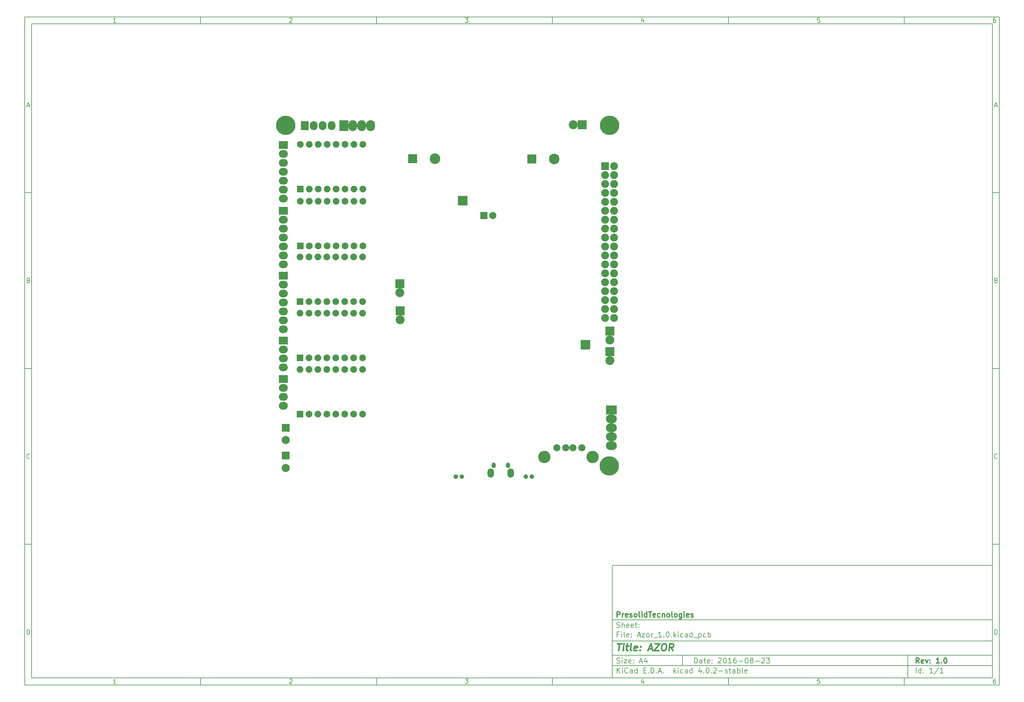
<source format=gbr>
G04 #@! TF.FileFunction,Soldermask,Bot*
%FSLAX46Y46*%
G04 Gerber Fmt 4.6, Leading zero omitted, Abs format (unit mm)*
G04 Created by KiCad (PCBNEW 4.0.2-stable) date 05/09/2016 12:26:53*
%MOMM*%
G01*
G04 APERTURE LIST*
%ADD10C,0.150000*%
%ADD11C,0.300000*%
%ADD12C,0.400000*%
%ADD13R,2.308000X2.308000*%
%ADD14C,2.308000*%
%ADD15O,1.219200X1.558000*%
%ADD16O,1.808000X2.658000*%
%ADD17C,1.905000*%
%ADD18R,1.905000X1.905000*%
%ADD19R,2.506980X2.506980*%
%ADD20C,3.007360*%
%ADD21R,2.032000X2.032000*%
%ADD22C,2.032000*%
%ADD23C,5.509260*%
%ADD24C,1.308000*%
%ADD25R,2.235200X2.235200*%
%ADD26O,2.235200X2.235200*%
%ADD27R,2.540000X2.235200*%
%ADD28O,2.540000X2.235200*%
%ADD29C,2.009140*%
%ADD30C,3.507740*%
%ADD31R,2.743200X2.743200*%
%ADD32R,2.540000X2.540000*%
%ADD33O,2.540000X2.540000*%
%ADD34R,2.235200X2.540000*%
%ADD35O,2.235200X2.540000*%
%ADD36R,2.508000X3.108000*%
%ADD37O,2.508000X3.108000*%
%ADD38R,3.108000X2.508000*%
%ADD39O,3.108000X2.508000*%
G04 APERTURE END LIST*
D10*
X177002200Y-166007200D02*
X177002200Y-198007200D01*
X285002200Y-198007200D01*
X285002200Y-166007200D01*
X177002200Y-166007200D01*
X10000000Y-10000000D02*
X10000000Y-200007200D01*
X287002200Y-200007200D01*
X287002200Y-10000000D01*
X10000000Y-10000000D01*
X12000000Y-12000000D02*
X12000000Y-198007200D01*
X285002200Y-198007200D01*
X285002200Y-12000000D01*
X12000000Y-12000000D01*
X60000000Y-12000000D02*
X60000000Y-10000000D01*
X110000000Y-12000000D02*
X110000000Y-10000000D01*
X160000000Y-12000000D02*
X160000000Y-10000000D01*
X210000000Y-12000000D02*
X210000000Y-10000000D01*
X260000000Y-12000000D02*
X260000000Y-10000000D01*
X35990476Y-11588095D02*
X35247619Y-11588095D01*
X35619048Y-11588095D02*
X35619048Y-10288095D01*
X35495238Y-10473810D01*
X35371429Y-10597619D01*
X35247619Y-10659524D01*
X85247619Y-10411905D02*
X85309524Y-10350000D01*
X85433333Y-10288095D01*
X85742857Y-10288095D01*
X85866667Y-10350000D01*
X85928571Y-10411905D01*
X85990476Y-10535714D01*
X85990476Y-10659524D01*
X85928571Y-10845238D01*
X85185714Y-11588095D01*
X85990476Y-11588095D01*
X135185714Y-10288095D02*
X135990476Y-10288095D01*
X135557143Y-10783333D01*
X135742857Y-10783333D01*
X135866667Y-10845238D01*
X135928571Y-10907143D01*
X135990476Y-11030952D01*
X135990476Y-11340476D01*
X135928571Y-11464286D01*
X135866667Y-11526190D01*
X135742857Y-11588095D01*
X135371429Y-11588095D01*
X135247619Y-11526190D01*
X135185714Y-11464286D01*
X185866667Y-10721429D02*
X185866667Y-11588095D01*
X185557143Y-10226190D02*
X185247619Y-11154762D01*
X186052381Y-11154762D01*
X235928571Y-10288095D02*
X235309524Y-10288095D01*
X235247619Y-10907143D01*
X235309524Y-10845238D01*
X235433333Y-10783333D01*
X235742857Y-10783333D01*
X235866667Y-10845238D01*
X235928571Y-10907143D01*
X235990476Y-11030952D01*
X235990476Y-11340476D01*
X235928571Y-11464286D01*
X235866667Y-11526190D01*
X235742857Y-11588095D01*
X235433333Y-11588095D01*
X235309524Y-11526190D01*
X235247619Y-11464286D01*
X285866667Y-10288095D02*
X285619048Y-10288095D01*
X285495238Y-10350000D01*
X285433333Y-10411905D01*
X285309524Y-10597619D01*
X285247619Y-10845238D01*
X285247619Y-11340476D01*
X285309524Y-11464286D01*
X285371429Y-11526190D01*
X285495238Y-11588095D01*
X285742857Y-11588095D01*
X285866667Y-11526190D01*
X285928571Y-11464286D01*
X285990476Y-11340476D01*
X285990476Y-11030952D01*
X285928571Y-10907143D01*
X285866667Y-10845238D01*
X285742857Y-10783333D01*
X285495238Y-10783333D01*
X285371429Y-10845238D01*
X285309524Y-10907143D01*
X285247619Y-11030952D01*
X60000000Y-198007200D02*
X60000000Y-200007200D01*
X110000000Y-198007200D02*
X110000000Y-200007200D01*
X160000000Y-198007200D02*
X160000000Y-200007200D01*
X210000000Y-198007200D02*
X210000000Y-200007200D01*
X260000000Y-198007200D02*
X260000000Y-200007200D01*
X35990476Y-199595295D02*
X35247619Y-199595295D01*
X35619048Y-199595295D02*
X35619048Y-198295295D01*
X35495238Y-198481010D01*
X35371429Y-198604819D01*
X35247619Y-198666724D01*
X85247619Y-198419105D02*
X85309524Y-198357200D01*
X85433333Y-198295295D01*
X85742857Y-198295295D01*
X85866667Y-198357200D01*
X85928571Y-198419105D01*
X85990476Y-198542914D01*
X85990476Y-198666724D01*
X85928571Y-198852438D01*
X85185714Y-199595295D01*
X85990476Y-199595295D01*
X135185714Y-198295295D02*
X135990476Y-198295295D01*
X135557143Y-198790533D01*
X135742857Y-198790533D01*
X135866667Y-198852438D01*
X135928571Y-198914343D01*
X135990476Y-199038152D01*
X135990476Y-199347676D01*
X135928571Y-199471486D01*
X135866667Y-199533390D01*
X135742857Y-199595295D01*
X135371429Y-199595295D01*
X135247619Y-199533390D01*
X135185714Y-199471486D01*
X185866667Y-198728629D02*
X185866667Y-199595295D01*
X185557143Y-198233390D02*
X185247619Y-199161962D01*
X186052381Y-199161962D01*
X235928571Y-198295295D02*
X235309524Y-198295295D01*
X235247619Y-198914343D01*
X235309524Y-198852438D01*
X235433333Y-198790533D01*
X235742857Y-198790533D01*
X235866667Y-198852438D01*
X235928571Y-198914343D01*
X235990476Y-199038152D01*
X235990476Y-199347676D01*
X235928571Y-199471486D01*
X235866667Y-199533390D01*
X235742857Y-199595295D01*
X235433333Y-199595295D01*
X235309524Y-199533390D01*
X235247619Y-199471486D01*
X285866667Y-198295295D02*
X285619048Y-198295295D01*
X285495238Y-198357200D01*
X285433333Y-198419105D01*
X285309524Y-198604819D01*
X285247619Y-198852438D01*
X285247619Y-199347676D01*
X285309524Y-199471486D01*
X285371429Y-199533390D01*
X285495238Y-199595295D01*
X285742857Y-199595295D01*
X285866667Y-199533390D01*
X285928571Y-199471486D01*
X285990476Y-199347676D01*
X285990476Y-199038152D01*
X285928571Y-198914343D01*
X285866667Y-198852438D01*
X285742857Y-198790533D01*
X285495238Y-198790533D01*
X285371429Y-198852438D01*
X285309524Y-198914343D01*
X285247619Y-199038152D01*
X10000000Y-60000000D02*
X12000000Y-60000000D01*
X10000000Y-110000000D02*
X12000000Y-110000000D01*
X10000000Y-160000000D02*
X12000000Y-160000000D01*
X10690476Y-35216667D02*
X11309524Y-35216667D01*
X10566667Y-35588095D02*
X11000000Y-34288095D01*
X11433333Y-35588095D01*
X11092857Y-84907143D02*
X11278571Y-84969048D01*
X11340476Y-85030952D01*
X11402381Y-85154762D01*
X11402381Y-85340476D01*
X11340476Y-85464286D01*
X11278571Y-85526190D01*
X11154762Y-85588095D01*
X10659524Y-85588095D01*
X10659524Y-84288095D01*
X11092857Y-84288095D01*
X11216667Y-84350000D01*
X11278571Y-84411905D01*
X11340476Y-84535714D01*
X11340476Y-84659524D01*
X11278571Y-84783333D01*
X11216667Y-84845238D01*
X11092857Y-84907143D01*
X10659524Y-84907143D01*
X11402381Y-135464286D02*
X11340476Y-135526190D01*
X11154762Y-135588095D01*
X11030952Y-135588095D01*
X10845238Y-135526190D01*
X10721429Y-135402381D01*
X10659524Y-135278571D01*
X10597619Y-135030952D01*
X10597619Y-134845238D01*
X10659524Y-134597619D01*
X10721429Y-134473810D01*
X10845238Y-134350000D01*
X11030952Y-134288095D01*
X11154762Y-134288095D01*
X11340476Y-134350000D01*
X11402381Y-134411905D01*
X10659524Y-185588095D02*
X10659524Y-184288095D01*
X10969048Y-184288095D01*
X11154762Y-184350000D01*
X11278571Y-184473810D01*
X11340476Y-184597619D01*
X11402381Y-184845238D01*
X11402381Y-185030952D01*
X11340476Y-185278571D01*
X11278571Y-185402381D01*
X11154762Y-185526190D01*
X10969048Y-185588095D01*
X10659524Y-185588095D01*
X287002200Y-60000000D02*
X285002200Y-60000000D01*
X287002200Y-110000000D02*
X285002200Y-110000000D01*
X287002200Y-160000000D02*
X285002200Y-160000000D01*
X285692676Y-35216667D02*
X286311724Y-35216667D01*
X285568867Y-35588095D02*
X286002200Y-34288095D01*
X286435533Y-35588095D01*
X286095057Y-84907143D02*
X286280771Y-84969048D01*
X286342676Y-85030952D01*
X286404581Y-85154762D01*
X286404581Y-85340476D01*
X286342676Y-85464286D01*
X286280771Y-85526190D01*
X286156962Y-85588095D01*
X285661724Y-85588095D01*
X285661724Y-84288095D01*
X286095057Y-84288095D01*
X286218867Y-84350000D01*
X286280771Y-84411905D01*
X286342676Y-84535714D01*
X286342676Y-84659524D01*
X286280771Y-84783333D01*
X286218867Y-84845238D01*
X286095057Y-84907143D01*
X285661724Y-84907143D01*
X286404581Y-135464286D02*
X286342676Y-135526190D01*
X286156962Y-135588095D01*
X286033152Y-135588095D01*
X285847438Y-135526190D01*
X285723629Y-135402381D01*
X285661724Y-135278571D01*
X285599819Y-135030952D01*
X285599819Y-134845238D01*
X285661724Y-134597619D01*
X285723629Y-134473810D01*
X285847438Y-134350000D01*
X286033152Y-134288095D01*
X286156962Y-134288095D01*
X286342676Y-134350000D01*
X286404581Y-134411905D01*
X285661724Y-185588095D02*
X285661724Y-184288095D01*
X285971248Y-184288095D01*
X286156962Y-184350000D01*
X286280771Y-184473810D01*
X286342676Y-184597619D01*
X286404581Y-184845238D01*
X286404581Y-185030952D01*
X286342676Y-185278571D01*
X286280771Y-185402381D01*
X286156962Y-185526190D01*
X285971248Y-185588095D01*
X285661724Y-185588095D01*
X200359343Y-193785771D02*
X200359343Y-192285771D01*
X200716486Y-192285771D01*
X200930771Y-192357200D01*
X201073629Y-192500057D01*
X201145057Y-192642914D01*
X201216486Y-192928629D01*
X201216486Y-193142914D01*
X201145057Y-193428629D01*
X201073629Y-193571486D01*
X200930771Y-193714343D01*
X200716486Y-193785771D01*
X200359343Y-193785771D01*
X202502200Y-193785771D02*
X202502200Y-193000057D01*
X202430771Y-192857200D01*
X202287914Y-192785771D01*
X202002200Y-192785771D01*
X201859343Y-192857200D01*
X202502200Y-193714343D02*
X202359343Y-193785771D01*
X202002200Y-193785771D01*
X201859343Y-193714343D01*
X201787914Y-193571486D01*
X201787914Y-193428629D01*
X201859343Y-193285771D01*
X202002200Y-193214343D01*
X202359343Y-193214343D01*
X202502200Y-193142914D01*
X203002200Y-192785771D02*
X203573629Y-192785771D01*
X203216486Y-192285771D02*
X203216486Y-193571486D01*
X203287914Y-193714343D01*
X203430772Y-193785771D01*
X203573629Y-193785771D01*
X204645057Y-193714343D02*
X204502200Y-193785771D01*
X204216486Y-193785771D01*
X204073629Y-193714343D01*
X204002200Y-193571486D01*
X204002200Y-193000057D01*
X204073629Y-192857200D01*
X204216486Y-192785771D01*
X204502200Y-192785771D01*
X204645057Y-192857200D01*
X204716486Y-193000057D01*
X204716486Y-193142914D01*
X204002200Y-193285771D01*
X205359343Y-193642914D02*
X205430771Y-193714343D01*
X205359343Y-193785771D01*
X205287914Y-193714343D01*
X205359343Y-193642914D01*
X205359343Y-193785771D01*
X205359343Y-192857200D02*
X205430771Y-192928629D01*
X205359343Y-193000057D01*
X205287914Y-192928629D01*
X205359343Y-192857200D01*
X205359343Y-193000057D01*
X207145057Y-192428629D02*
X207216486Y-192357200D01*
X207359343Y-192285771D01*
X207716486Y-192285771D01*
X207859343Y-192357200D01*
X207930772Y-192428629D01*
X208002200Y-192571486D01*
X208002200Y-192714343D01*
X207930772Y-192928629D01*
X207073629Y-193785771D01*
X208002200Y-193785771D01*
X208930771Y-192285771D02*
X209073628Y-192285771D01*
X209216485Y-192357200D01*
X209287914Y-192428629D01*
X209359343Y-192571486D01*
X209430771Y-192857200D01*
X209430771Y-193214343D01*
X209359343Y-193500057D01*
X209287914Y-193642914D01*
X209216485Y-193714343D01*
X209073628Y-193785771D01*
X208930771Y-193785771D01*
X208787914Y-193714343D01*
X208716485Y-193642914D01*
X208645057Y-193500057D01*
X208573628Y-193214343D01*
X208573628Y-192857200D01*
X208645057Y-192571486D01*
X208716485Y-192428629D01*
X208787914Y-192357200D01*
X208930771Y-192285771D01*
X210859342Y-193785771D02*
X210002199Y-193785771D01*
X210430771Y-193785771D02*
X210430771Y-192285771D01*
X210287914Y-192500057D01*
X210145056Y-192642914D01*
X210002199Y-192714343D01*
X212145056Y-192285771D02*
X211859342Y-192285771D01*
X211716485Y-192357200D01*
X211645056Y-192428629D01*
X211502199Y-192642914D01*
X211430770Y-192928629D01*
X211430770Y-193500057D01*
X211502199Y-193642914D01*
X211573627Y-193714343D01*
X211716485Y-193785771D01*
X212002199Y-193785771D01*
X212145056Y-193714343D01*
X212216485Y-193642914D01*
X212287913Y-193500057D01*
X212287913Y-193142914D01*
X212216485Y-193000057D01*
X212145056Y-192928629D01*
X212002199Y-192857200D01*
X211716485Y-192857200D01*
X211573627Y-192928629D01*
X211502199Y-193000057D01*
X211430770Y-193142914D01*
X212930770Y-193214343D02*
X214073627Y-193214343D01*
X215073627Y-192285771D02*
X215216484Y-192285771D01*
X215359341Y-192357200D01*
X215430770Y-192428629D01*
X215502199Y-192571486D01*
X215573627Y-192857200D01*
X215573627Y-193214343D01*
X215502199Y-193500057D01*
X215430770Y-193642914D01*
X215359341Y-193714343D01*
X215216484Y-193785771D01*
X215073627Y-193785771D01*
X214930770Y-193714343D01*
X214859341Y-193642914D01*
X214787913Y-193500057D01*
X214716484Y-193214343D01*
X214716484Y-192857200D01*
X214787913Y-192571486D01*
X214859341Y-192428629D01*
X214930770Y-192357200D01*
X215073627Y-192285771D01*
X216430770Y-192928629D02*
X216287912Y-192857200D01*
X216216484Y-192785771D01*
X216145055Y-192642914D01*
X216145055Y-192571486D01*
X216216484Y-192428629D01*
X216287912Y-192357200D01*
X216430770Y-192285771D01*
X216716484Y-192285771D01*
X216859341Y-192357200D01*
X216930770Y-192428629D01*
X217002198Y-192571486D01*
X217002198Y-192642914D01*
X216930770Y-192785771D01*
X216859341Y-192857200D01*
X216716484Y-192928629D01*
X216430770Y-192928629D01*
X216287912Y-193000057D01*
X216216484Y-193071486D01*
X216145055Y-193214343D01*
X216145055Y-193500057D01*
X216216484Y-193642914D01*
X216287912Y-193714343D01*
X216430770Y-193785771D01*
X216716484Y-193785771D01*
X216859341Y-193714343D01*
X216930770Y-193642914D01*
X217002198Y-193500057D01*
X217002198Y-193214343D01*
X216930770Y-193071486D01*
X216859341Y-193000057D01*
X216716484Y-192928629D01*
X217645055Y-193214343D02*
X218787912Y-193214343D01*
X219430769Y-192428629D02*
X219502198Y-192357200D01*
X219645055Y-192285771D01*
X220002198Y-192285771D01*
X220145055Y-192357200D01*
X220216484Y-192428629D01*
X220287912Y-192571486D01*
X220287912Y-192714343D01*
X220216484Y-192928629D01*
X219359341Y-193785771D01*
X220287912Y-193785771D01*
X220787912Y-192285771D02*
X221716483Y-192285771D01*
X221216483Y-192857200D01*
X221430769Y-192857200D01*
X221573626Y-192928629D01*
X221645055Y-193000057D01*
X221716483Y-193142914D01*
X221716483Y-193500057D01*
X221645055Y-193642914D01*
X221573626Y-193714343D01*
X221430769Y-193785771D01*
X221002197Y-193785771D01*
X220859340Y-193714343D01*
X220787912Y-193642914D01*
X177002200Y-194507200D02*
X285002200Y-194507200D01*
X178359343Y-196585771D02*
X178359343Y-195085771D01*
X179216486Y-196585771D02*
X178573629Y-195728629D01*
X179216486Y-195085771D02*
X178359343Y-195942914D01*
X179859343Y-196585771D02*
X179859343Y-195585771D01*
X179859343Y-195085771D02*
X179787914Y-195157200D01*
X179859343Y-195228629D01*
X179930771Y-195157200D01*
X179859343Y-195085771D01*
X179859343Y-195228629D01*
X181430772Y-196442914D02*
X181359343Y-196514343D01*
X181145057Y-196585771D01*
X181002200Y-196585771D01*
X180787915Y-196514343D01*
X180645057Y-196371486D01*
X180573629Y-196228629D01*
X180502200Y-195942914D01*
X180502200Y-195728629D01*
X180573629Y-195442914D01*
X180645057Y-195300057D01*
X180787915Y-195157200D01*
X181002200Y-195085771D01*
X181145057Y-195085771D01*
X181359343Y-195157200D01*
X181430772Y-195228629D01*
X182716486Y-196585771D02*
X182716486Y-195800057D01*
X182645057Y-195657200D01*
X182502200Y-195585771D01*
X182216486Y-195585771D01*
X182073629Y-195657200D01*
X182716486Y-196514343D02*
X182573629Y-196585771D01*
X182216486Y-196585771D01*
X182073629Y-196514343D01*
X182002200Y-196371486D01*
X182002200Y-196228629D01*
X182073629Y-196085771D01*
X182216486Y-196014343D01*
X182573629Y-196014343D01*
X182716486Y-195942914D01*
X184073629Y-196585771D02*
X184073629Y-195085771D01*
X184073629Y-196514343D02*
X183930772Y-196585771D01*
X183645058Y-196585771D01*
X183502200Y-196514343D01*
X183430772Y-196442914D01*
X183359343Y-196300057D01*
X183359343Y-195871486D01*
X183430772Y-195728629D01*
X183502200Y-195657200D01*
X183645058Y-195585771D01*
X183930772Y-195585771D01*
X184073629Y-195657200D01*
X185930772Y-195800057D02*
X186430772Y-195800057D01*
X186645058Y-196585771D02*
X185930772Y-196585771D01*
X185930772Y-195085771D01*
X186645058Y-195085771D01*
X187287915Y-196442914D02*
X187359343Y-196514343D01*
X187287915Y-196585771D01*
X187216486Y-196514343D01*
X187287915Y-196442914D01*
X187287915Y-196585771D01*
X188002201Y-196585771D02*
X188002201Y-195085771D01*
X188359344Y-195085771D01*
X188573629Y-195157200D01*
X188716487Y-195300057D01*
X188787915Y-195442914D01*
X188859344Y-195728629D01*
X188859344Y-195942914D01*
X188787915Y-196228629D01*
X188716487Y-196371486D01*
X188573629Y-196514343D01*
X188359344Y-196585771D01*
X188002201Y-196585771D01*
X189502201Y-196442914D02*
X189573629Y-196514343D01*
X189502201Y-196585771D01*
X189430772Y-196514343D01*
X189502201Y-196442914D01*
X189502201Y-196585771D01*
X190145058Y-196157200D02*
X190859344Y-196157200D01*
X190002201Y-196585771D02*
X190502201Y-195085771D01*
X191002201Y-196585771D01*
X191502201Y-196442914D02*
X191573629Y-196514343D01*
X191502201Y-196585771D01*
X191430772Y-196514343D01*
X191502201Y-196442914D01*
X191502201Y-196585771D01*
X194502201Y-196585771D02*
X194502201Y-195085771D01*
X194645058Y-196014343D02*
X195073629Y-196585771D01*
X195073629Y-195585771D02*
X194502201Y-196157200D01*
X195716487Y-196585771D02*
X195716487Y-195585771D01*
X195716487Y-195085771D02*
X195645058Y-195157200D01*
X195716487Y-195228629D01*
X195787915Y-195157200D01*
X195716487Y-195085771D01*
X195716487Y-195228629D01*
X197073630Y-196514343D02*
X196930773Y-196585771D01*
X196645059Y-196585771D01*
X196502201Y-196514343D01*
X196430773Y-196442914D01*
X196359344Y-196300057D01*
X196359344Y-195871486D01*
X196430773Y-195728629D01*
X196502201Y-195657200D01*
X196645059Y-195585771D01*
X196930773Y-195585771D01*
X197073630Y-195657200D01*
X198359344Y-196585771D02*
X198359344Y-195800057D01*
X198287915Y-195657200D01*
X198145058Y-195585771D01*
X197859344Y-195585771D01*
X197716487Y-195657200D01*
X198359344Y-196514343D02*
X198216487Y-196585771D01*
X197859344Y-196585771D01*
X197716487Y-196514343D01*
X197645058Y-196371486D01*
X197645058Y-196228629D01*
X197716487Y-196085771D01*
X197859344Y-196014343D01*
X198216487Y-196014343D01*
X198359344Y-195942914D01*
X199716487Y-196585771D02*
X199716487Y-195085771D01*
X199716487Y-196514343D02*
X199573630Y-196585771D01*
X199287916Y-196585771D01*
X199145058Y-196514343D01*
X199073630Y-196442914D01*
X199002201Y-196300057D01*
X199002201Y-195871486D01*
X199073630Y-195728629D01*
X199145058Y-195657200D01*
X199287916Y-195585771D01*
X199573630Y-195585771D01*
X199716487Y-195657200D01*
X202216487Y-195585771D02*
X202216487Y-196585771D01*
X201859344Y-195014343D02*
X201502201Y-196085771D01*
X202430773Y-196085771D01*
X203002201Y-196442914D02*
X203073629Y-196514343D01*
X203002201Y-196585771D01*
X202930772Y-196514343D01*
X203002201Y-196442914D01*
X203002201Y-196585771D01*
X204002201Y-195085771D02*
X204145058Y-195085771D01*
X204287915Y-195157200D01*
X204359344Y-195228629D01*
X204430773Y-195371486D01*
X204502201Y-195657200D01*
X204502201Y-196014343D01*
X204430773Y-196300057D01*
X204359344Y-196442914D01*
X204287915Y-196514343D01*
X204145058Y-196585771D01*
X204002201Y-196585771D01*
X203859344Y-196514343D01*
X203787915Y-196442914D01*
X203716487Y-196300057D01*
X203645058Y-196014343D01*
X203645058Y-195657200D01*
X203716487Y-195371486D01*
X203787915Y-195228629D01*
X203859344Y-195157200D01*
X204002201Y-195085771D01*
X205145058Y-196442914D02*
X205216486Y-196514343D01*
X205145058Y-196585771D01*
X205073629Y-196514343D01*
X205145058Y-196442914D01*
X205145058Y-196585771D01*
X205787915Y-195228629D02*
X205859344Y-195157200D01*
X206002201Y-195085771D01*
X206359344Y-195085771D01*
X206502201Y-195157200D01*
X206573630Y-195228629D01*
X206645058Y-195371486D01*
X206645058Y-195514343D01*
X206573630Y-195728629D01*
X205716487Y-196585771D01*
X206645058Y-196585771D01*
X207287915Y-196014343D02*
X208430772Y-196014343D01*
X209073629Y-196514343D02*
X209216486Y-196585771D01*
X209502201Y-196585771D01*
X209645058Y-196514343D01*
X209716486Y-196371486D01*
X209716486Y-196300057D01*
X209645058Y-196157200D01*
X209502201Y-196085771D01*
X209287915Y-196085771D01*
X209145058Y-196014343D01*
X209073629Y-195871486D01*
X209073629Y-195800057D01*
X209145058Y-195657200D01*
X209287915Y-195585771D01*
X209502201Y-195585771D01*
X209645058Y-195657200D01*
X210145058Y-195585771D02*
X210716487Y-195585771D01*
X210359344Y-195085771D02*
X210359344Y-196371486D01*
X210430772Y-196514343D01*
X210573630Y-196585771D01*
X210716487Y-196585771D01*
X211859344Y-196585771D02*
X211859344Y-195800057D01*
X211787915Y-195657200D01*
X211645058Y-195585771D01*
X211359344Y-195585771D01*
X211216487Y-195657200D01*
X211859344Y-196514343D02*
X211716487Y-196585771D01*
X211359344Y-196585771D01*
X211216487Y-196514343D01*
X211145058Y-196371486D01*
X211145058Y-196228629D01*
X211216487Y-196085771D01*
X211359344Y-196014343D01*
X211716487Y-196014343D01*
X211859344Y-195942914D01*
X212573630Y-196585771D02*
X212573630Y-195085771D01*
X212573630Y-195657200D02*
X212716487Y-195585771D01*
X213002201Y-195585771D01*
X213145058Y-195657200D01*
X213216487Y-195728629D01*
X213287916Y-195871486D01*
X213287916Y-196300057D01*
X213216487Y-196442914D01*
X213145058Y-196514343D01*
X213002201Y-196585771D01*
X212716487Y-196585771D01*
X212573630Y-196514343D01*
X214145059Y-196585771D02*
X214002201Y-196514343D01*
X213930773Y-196371486D01*
X213930773Y-195085771D01*
X215287915Y-196514343D02*
X215145058Y-196585771D01*
X214859344Y-196585771D01*
X214716487Y-196514343D01*
X214645058Y-196371486D01*
X214645058Y-195800057D01*
X214716487Y-195657200D01*
X214859344Y-195585771D01*
X215145058Y-195585771D01*
X215287915Y-195657200D01*
X215359344Y-195800057D01*
X215359344Y-195942914D01*
X214645058Y-196085771D01*
X177002200Y-191507200D02*
X285002200Y-191507200D01*
D11*
X264216486Y-193785771D02*
X263716486Y-193071486D01*
X263359343Y-193785771D02*
X263359343Y-192285771D01*
X263930771Y-192285771D01*
X264073629Y-192357200D01*
X264145057Y-192428629D01*
X264216486Y-192571486D01*
X264216486Y-192785771D01*
X264145057Y-192928629D01*
X264073629Y-193000057D01*
X263930771Y-193071486D01*
X263359343Y-193071486D01*
X265430771Y-193714343D02*
X265287914Y-193785771D01*
X265002200Y-193785771D01*
X264859343Y-193714343D01*
X264787914Y-193571486D01*
X264787914Y-193000057D01*
X264859343Y-192857200D01*
X265002200Y-192785771D01*
X265287914Y-192785771D01*
X265430771Y-192857200D01*
X265502200Y-193000057D01*
X265502200Y-193142914D01*
X264787914Y-193285771D01*
X266002200Y-192785771D02*
X266359343Y-193785771D01*
X266716485Y-192785771D01*
X267287914Y-193642914D02*
X267359342Y-193714343D01*
X267287914Y-193785771D01*
X267216485Y-193714343D01*
X267287914Y-193642914D01*
X267287914Y-193785771D01*
X267287914Y-192857200D02*
X267359342Y-192928629D01*
X267287914Y-193000057D01*
X267216485Y-192928629D01*
X267287914Y-192857200D01*
X267287914Y-193000057D01*
X269930771Y-193785771D02*
X269073628Y-193785771D01*
X269502200Y-193785771D02*
X269502200Y-192285771D01*
X269359343Y-192500057D01*
X269216485Y-192642914D01*
X269073628Y-192714343D01*
X270573628Y-193642914D02*
X270645056Y-193714343D01*
X270573628Y-193785771D01*
X270502199Y-193714343D01*
X270573628Y-193642914D01*
X270573628Y-193785771D01*
X271573628Y-192285771D02*
X271716485Y-192285771D01*
X271859342Y-192357200D01*
X271930771Y-192428629D01*
X272002200Y-192571486D01*
X272073628Y-192857200D01*
X272073628Y-193214343D01*
X272002200Y-193500057D01*
X271930771Y-193642914D01*
X271859342Y-193714343D01*
X271716485Y-193785771D01*
X271573628Y-193785771D01*
X271430771Y-193714343D01*
X271359342Y-193642914D01*
X271287914Y-193500057D01*
X271216485Y-193214343D01*
X271216485Y-192857200D01*
X271287914Y-192571486D01*
X271359342Y-192428629D01*
X271430771Y-192357200D01*
X271573628Y-192285771D01*
D10*
X178287914Y-193714343D02*
X178502200Y-193785771D01*
X178859343Y-193785771D01*
X179002200Y-193714343D01*
X179073629Y-193642914D01*
X179145057Y-193500057D01*
X179145057Y-193357200D01*
X179073629Y-193214343D01*
X179002200Y-193142914D01*
X178859343Y-193071486D01*
X178573629Y-193000057D01*
X178430771Y-192928629D01*
X178359343Y-192857200D01*
X178287914Y-192714343D01*
X178287914Y-192571486D01*
X178359343Y-192428629D01*
X178430771Y-192357200D01*
X178573629Y-192285771D01*
X178930771Y-192285771D01*
X179145057Y-192357200D01*
X179787914Y-193785771D02*
X179787914Y-192785771D01*
X179787914Y-192285771D02*
X179716485Y-192357200D01*
X179787914Y-192428629D01*
X179859342Y-192357200D01*
X179787914Y-192285771D01*
X179787914Y-192428629D01*
X180359343Y-192785771D02*
X181145057Y-192785771D01*
X180359343Y-193785771D01*
X181145057Y-193785771D01*
X182287914Y-193714343D02*
X182145057Y-193785771D01*
X181859343Y-193785771D01*
X181716486Y-193714343D01*
X181645057Y-193571486D01*
X181645057Y-193000057D01*
X181716486Y-192857200D01*
X181859343Y-192785771D01*
X182145057Y-192785771D01*
X182287914Y-192857200D01*
X182359343Y-193000057D01*
X182359343Y-193142914D01*
X181645057Y-193285771D01*
X183002200Y-193642914D02*
X183073628Y-193714343D01*
X183002200Y-193785771D01*
X182930771Y-193714343D01*
X183002200Y-193642914D01*
X183002200Y-193785771D01*
X183002200Y-192857200D02*
X183073628Y-192928629D01*
X183002200Y-193000057D01*
X182930771Y-192928629D01*
X183002200Y-192857200D01*
X183002200Y-193000057D01*
X184787914Y-193357200D02*
X185502200Y-193357200D01*
X184645057Y-193785771D02*
X185145057Y-192285771D01*
X185645057Y-193785771D01*
X186787914Y-192785771D02*
X186787914Y-193785771D01*
X186430771Y-192214343D02*
X186073628Y-193285771D01*
X187002200Y-193285771D01*
X263359343Y-196585771D02*
X263359343Y-195085771D01*
X264716486Y-196585771D02*
X264716486Y-195085771D01*
X264716486Y-196514343D02*
X264573629Y-196585771D01*
X264287915Y-196585771D01*
X264145057Y-196514343D01*
X264073629Y-196442914D01*
X264002200Y-196300057D01*
X264002200Y-195871486D01*
X264073629Y-195728629D01*
X264145057Y-195657200D01*
X264287915Y-195585771D01*
X264573629Y-195585771D01*
X264716486Y-195657200D01*
X265430772Y-196442914D02*
X265502200Y-196514343D01*
X265430772Y-196585771D01*
X265359343Y-196514343D01*
X265430772Y-196442914D01*
X265430772Y-196585771D01*
X265430772Y-195657200D02*
X265502200Y-195728629D01*
X265430772Y-195800057D01*
X265359343Y-195728629D01*
X265430772Y-195657200D01*
X265430772Y-195800057D01*
X268073629Y-196585771D02*
X267216486Y-196585771D01*
X267645058Y-196585771D02*
X267645058Y-195085771D01*
X267502201Y-195300057D01*
X267359343Y-195442914D01*
X267216486Y-195514343D01*
X269787914Y-195014343D02*
X268502200Y-196942914D01*
X271073629Y-196585771D02*
X270216486Y-196585771D01*
X270645058Y-196585771D02*
X270645058Y-195085771D01*
X270502201Y-195300057D01*
X270359343Y-195442914D01*
X270216486Y-195514343D01*
X177002200Y-187507200D02*
X285002200Y-187507200D01*
D12*
X178454581Y-188211962D02*
X179597438Y-188211962D01*
X178776010Y-190211962D02*
X179026010Y-188211962D01*
X180014105Y-190211962D02*
X180180771Y-188878629D01*
X180264105Y-188211962D02*
X180156962Y-188307200D01*
X180240295Y-188402438D01*
X180347439Y-188307200D01*
X180264105Y-188211962D01*
X180240295Y-188402438D01*
X180847438Y-188878629D02*
X181609343Y-188878629D01*
X181216486Y-188211962D02*
X181002200Y-189926248D01*
X181073630Y-190116724D01*
X181252201Y-190211962D01*
X181442677Y-190211962D01*
X182395058Y-190211962D02*
X182216487Y-190116724D01*
X182145057Y-189926248D01*
X182359343Y-188211962D01*
X183930772Y-190116724D02*
X183728391Y-190211962D01*
X183347439Y-190211962D01*
X183168867Y-190116724D01*
X183097438Y-189926248D01*
X183192676Y-189164343D01*
X183311724Y-188973867D01*
X183514105Y-188878629D01*
X183895057Y-188878629D01*
X184073629Y-188973867D01*
X184145057Y-189164343D01*
X184121248Y-189354819D01*
X183145057Y-189545295D01*
X184895057Y-190021486D02*
X184978392Y-190116724D01*
X184871248Y-190211962D01*
X184787915Y-190116724D01*
X184895057Y-190021486D01*
X184871248Y-190211962D01*
X185026010Y-188973867D02*
X185109344Y-189069105D01*
X185002200Y-189164343D01*
X184918867Y-189069105D01*
X185026010Y-188973867D01*
X185002200Y-189164343D01*
X187323629Y-189640533D02*
X188276010Y-189640533D01*
X187061725Y-190211962D02*
X187978392Y-188211962D01*
X188395059Y-190211962D01*
X189121249Y-188211962D02*
X190454583Y-188211962D01*
X188871249Y-190211962D01*
X190204583Y-190211962D01*
X191597440Y-188211962D02*
X191978392Y-188211962D01*
X192156963Y-188307200D01*
X192323631Y-188497676D01*
X192371249Y-188878629D01*
X192287916Y-189545295D01*
X192145059Y-189926248D01*
X191930773Y-190116724D01*
X191728392Y-190211962D01*
X191347440Y-190211962D01*
X191168869Y-190116724D01*
X191002201Y-189926248D01*
X190954582Y-189545295D01*
X191037915Y-188878629D01*
X191180773Y-188497676D01*
X191395059Y-188307200D01*
X191597440Y-188211962D01*
X194204583Y-190211962D02*
X193656963Y-189259581D01*
X193061725Y-190211962D02*
X193311725Y-188211962D01*
X194073630Y-188211962D01*
X194252201Y-188307200D01*
X194335535Y-188402438D01*
X194406964Y-188592914D01*
X194371249Y-188878629D01*
X194252202Y-189069105D01*
X194145058Y-189164343D01*
X193942677Y-189259581D01*
X193180772Y-189259581D01*
D10*
X178859343Y-185600057D02*
X178359343Y-185600057D01*
X178359343Y-186385771D02*
X178359343Y-184885771D01*
X179073629Y-184885771D01*
X179645057Y-186385771D02*
X179645057Y-185385771D01*
X179645057Y-184885771D02*
X179573628Y-184957200D01*
X179645057Y-185028629D01*
X179716485Y-184957200D01*
X179645057Y-184885771D01*
X179645057Y-185028629D01*
X180573629Y-186385771D02*
X180430771Y-186314343D01*
X180359343Y-186171486D01*
X180359343Y-184885771D01*
X181716485Y-186314343D02*
X181573628Y-186385771D01*
X181287914Y-186385771D01*
X181145057Y-186314343D01*
X181073628Y-186171486D01*
X181073628Y-185600057D01*
X181145057Y-185457200D01*
X181287914Y-185385771D01*
X181573628Y-185385771D01*
X181716485Y-185457200D01*
X181787914Y-185600057D01*
X181787914Y-185742914D01*
X181073628Y-185885771D01*
X182430771Y-186242914D02*
X182502199Y-186314343D01*
X182430771Y-186385771D01*
X182359342Y-186314343D01*
X182430771Y-186242914D01*
X182430771Y-186385771D01*
X182430771Y-185457200D02*
X182502199Y-185528629D01*
X182430771Y-185600057D01*
X182359342Y-185528629D01*
X182430771Y-185457200D01*
X182430771Y-185600057D01*
X184216485Y-185957200D02*
X184930771Y-185957200D01*
X184073628Y-186385771D02*
X184573628Y-184885771D01*
X185073628Y-186385771D01*
X185430771Y-185385771D02*
X186216485Y-185385771D01*
X185430771Y-186385771D01*
X186216485Y-186385771D01*
X187002200Y-186385771D02*
X186859342Y-186314343D01*
X186787914Y-186242914D01*
X186716485Y-186100057D01*
X186716485Y-185671486D01*
X186787914Y-185528629D01*
X186859342Y-185457200D01*
X187002200Y-185385771D01*
X187216485Y-185385771D01*
X187359342Y-185457200D01*
X187430771Y-185528629D01*
X187502200Y-185671486D01*
X187502200Y-186100057D01*
X187430771Y-186242914D01*
X187359342Y-186314343D01*
X187216485Y-186385771D01*
X187002200Y-186385771D01*
X188145057Y-186385771D02*
X188145057Y-185385771D01*
X188145057Y-185671486D02*
X188216485Y-185528629D01*
X188287914Y-185457200D01*
X188430771Y-185385771D01*
X188573628Y-185385771D01*
X188716485Y-186528629D02*
X189859342Y-186528629D01*
X191002199Y-186385771D02*
X190145056Y-186385771D01*
X190573628Y-186385771D02*
X190573628Y-184885771D01*
X190430771Y-185100057D01*
X190287913Y-185242914D01*
X190145056Y-185314343D01*
X191645056Y-186242914D02*
X191716484Y-186314343D01*
X191645056Y-186385771D01*
X191573627Y-186314343D01*
X191645056Y-186242914D01*
X191645056Y-186385771D01*
X192645056Y-184885771D02*
X192787913Y-184885771D01*
X192930770Y-184957200D01*
X193002199Y-185028629D01*
X193073628Y-185171486D01*
X193145056Y-185457200D01*
X193145056Y-185814343D01*
X193073628Y-186100057D01*
X193002199Y-186242914D01*
X192930770Y-186314343D01*
X192787913Y-186385771D01*
X192645056Y-186385771D01*
X192502199Y-186314343D01*
X192430770Y-186242914D01*
X192359342Y-186100057D01*
X192287913Y-185814343D01*
X192287913Y-185457200D01*
X192359342Y-185171486D01*
X192430770Y-185028629D01*
X192502199Y-184957200D01*
X192645056Y-184885771D01*
X193787913Y-186242914D02*
X193859341Y-186314343D01*
X193787913Y-186385771D01*
X193716484Y-186314343D01*
X193787913Y-186242914D01*
X193787913Y-186385771D01*
X194502199Y-186385771D02*
X194502199Y-184885771D01*
X194645056Y-185814343D02*
X195073627Y-186385771D01*
X195073627Y-185385771D02*
X194502199Y-185957200D01*
X195716485Y-186385771D02*
X195716485Y-185385771D01*
X195716485Y-184885771D02*
X195645056Y-184957200D01*
X195716485Y-185028629D01*
X195787913Y-184957200D01*
X195716485Y-184885771D01*
X195716485Y-185028629D01*
X197073628Y-186314343D02*
X196930771Y-186385771D01*
X196645057Y-186385771D01*
X196502199Y-186314343D01*
X196430771Y-186242914D01*
X196359342Y-186100057D01*
X196359342Y-185671486D01*
X196430771Y-185528629D01*
X196502199Y-185457200D01*
X196645057Y-185385771D01*
X196930771Y-185385771D01*
X197073628Y-185457200D01*
X198359342Y-186385771D02*
X198359342Y-185600057D01*
X198287913Y-185457200D01*
X198145056Y-185385771D01*
X197859342Y-185385771D01*
X197716485Y-185457200D01*
X198359342Y-186314343D02*
X198216485Y-186385771D01*
X197859342Y-186385771D01*
X197716485Y-186314343D01*
X197645056Y-186171486D01*
X197645056Y-186028629D01*
X197716485Y-185885771D01*
X197859342Y-185814343D01*
X198216485Y-185814343D01*
X198359342Y-185742914D01*
X199716485Y-186385771D02*
X199716485Y-184885771D01*
X199716485Y-186314343D02*
X199573628Y-186385771D01*
X199287914Y-186385771D01*
X199145056Y-186314343D01*
X199073628Y-186242914D01*
X199002199Y-186100057D01*
X199002199Y-185671486D01*
X199073628Y-185528629D01*
X199145056Y-185457200D01*
X199287914Y-185385771D01*
X199573628Y-185385771D01*
X199716485Y-185457200D01*
X200073628Y-186528629D02*
X201216485Y-186528629D01*
X201573628Y-185385771D02*
X201573628Y-186885771D01*
X201573628Y-185457200D02*
X201716485Y-185385771D01*
X202002199Y-185385771D01*
X202145056Y-185457200D01*
X202216485Y-185528629D01*
X202287914Y-185671486D01*
X202287914Y-186100057D01*
X202216485Y-186242914D01*
X202145056Y-186314343D01*
X202002199Y-186385771D01*
X201716485Y-186385771D01*
X201573628Y-186314343D01*
X203573628Y-186314343D02*
X203430771Y-186385771D01*
X203145057Y-186385771D01*
X203002199Y-186314343D01*
X202930771Y-186242914D01*
X202859342Y-186100057D01*
X202859342Y-185671486D01*
X202930771Y-185528629D01*
X203002199Y-185457200D01*
X203145057Y-185385771D01*
X203430771Y-185385771D01*
X203573628Y-185457200D01*
X204216485Y-186385771D02*
X204216485Y-184885771D01*
X204216485Y-185457200D02*
X204359342Y-185385771D01*
X204645056Y-185385771D01*
X204787913Y-185457200D01*
X204859342Y-185528629D01*
X204930771Y-185671486D01*
X204930771Y-186100057D01*
X204859342Y-186242914D01*
X204787913Y-186314343D01*
X204645056Y-186385771D01*
X204359342Y-186385771D01*
X204216485Y-186314343D01*
X177002200Y-181507200D02*
X285002200Y-181507200D01*
X178287914Y-183614343D02*
X178502200Y-183685771D01*
X178859343Y-183685771D01*
X179002200Y-183614343D01*
X179073629Y-183542914D01*
X179145057Y-183400057D01*
X179145057Y-183257200D01*
X179073629Y-183114343D01*
X179002200Y-183042914D01*
X178859343Y-182971486D01*
X178573629Y-182900057D01*
X178430771Y-182828629D01*
X178359343Y-182757200D01*
X178287914Y-182614343D01*
X178287914Y-182471486D01*
X178359343Y-182328629D01*
X178430771Y-182257200D01*
X178573629Y-182185771D01*
X178930771Y-182185771D01*
X179145057Y-182257200D01*
X179787914Y-183685771D02*
X179787914Y-182185771D01*
X180430771Y-183685771D02*
X180430771Y-182900057D01*
X180359342Y-182757200D01*
X180216485Y-182685771D01*
X180002200Y-182685771D01*
X179859342Y-182757200D01*
X179787914Y-182828629D01*
X181716485Y-183614343D02*
X181573628Y-183685771D01*
X181287914Y-183685771D01*
X181145057Y-183614343D01*
X181073628Y-183471486D01*
X181073628Y-182900057D01*
X181145057Y-182757200D01*
X181287914Y-182685771D01*
X181573628Y-182685771D01*
X181716485Y-182757200D01*
X181787914Y-182900057D01*
X181787914Y-183042914D01*
X181073628Y-183185771D01*
X183002199Y-183614343D02*
X182859342Y-183685771D01*
X182573628Y-183685771D01*
X182430771Y-183614343D01*
X182359342Y-183471486D01*
X182359342Y-182900057D01*
X182430771Y-182757200D01*
X182573628Y-182685771D01*
X182859342Y-182685771D01*
X183002199Y-182757200D01*
X183073628Y-182900057D01*
X183073628Y-183042914D01*
X182359342Y-183185771D01*
X183502199Y-182685771D02*
X184073628Y-182685771D01*
X183716485Y-182185771D02*
X183716485Y-183471486D01*
X183787913Y-183614343D01*
X183930771Y-183685771D01*
X184073628Y-183685771D01*
X184573628Y-183542914D02*
X184645056Y-183614343D01*
X184573628Y-183685771D01*
X184502199Y-183614343D01*
X184573628Y-183542914D01*
X184573628Y-183685771D01*
X184573628Y-182757200D02*
X184645056Y-182828629D01*
X184573628Y-182900057D01*
X184502199Y-182828629D01*
X184573628Y-182757200D01*
X184573628Y-182900057D01*
D11*
X178359343Y-180685771D02*
X178359343Y-179185771D01*
X178930771Y-179185771D01*
X179073629Y-179257200D01*
X179145057Y-179328629D01*
X179216486Y-179471486D01*
X179216486Y-179685771D01*
X179145057Y-179828629D01*
X179073629Y-179900057D01*
X178930771Y-179971486D01*
X178359343Y-179971486D01*
X179859343Y-180685771D02*
X179859343Y-179685771D01*
X179859343Y-179971486D02*
X179930771Y-179828629D01*
X180002200Y-179757200D01*
X180145057Y-179685771D01*
X180287914Y-179685771D01*
X181359342Y-180614343D02*
X181216485Y-180685771D01*
X180930771Y-180685771D01*
X180787914Y-180614343D01*
X180716485Y-180471486D01*
X180716485Y-179900057D01*
X180787914Y-179757200D01*
X180930771Y-179685771D01*
X181216485Y-179685771D01*
X181359342Y-179757200D01*
X181430771Y-179900057D01*
X181430771Y-180042914D01*
X180716485Y-180185771D01*
X182002199Y-180614343D02*
X182145056Y-180685771D01*
X182430771Y-180685771D01*
X182573628Y-180614343D01*
X182645056Y-180471486D01*
X182645056Y-180400057D01*
X182573628Y-180257200D01*
X182430771Y-180185771D01*
X182216485Y-180185771D01*
X182073628Y-180114343D01*
X182002199Y-179971486D01*
X182002199Y-179900057D01*
X182073628Y-179757200D01*
X182216485Y-179685771D01*
X182430771Y-179685771D01*
X182573628Y-179757200D01*
X183502200Y-180685771D02*
X183359342Y-180614343D01*
X183287914Y-180542914D01*
X183216485Y-180400057D01*
X183216485Y-179971486D01*
X183287914Y-179828629D01*
X183359342Y-179757200D01*
X183502200Y-179685771D01*
X183716485Y-179685771D01*
X183859342Y-179757200D01*
X183930771Y-179828629D01*
X184002200Y-179971486D01*
X184002200Y-180400057D01*
X183930771Y-180542914D01*
X183859342Y-180614343D01*
X183716485Y-180685771D01*
X183502200Y-180685771D01*
X184859343Y-180685771D02*
X184716485Y-180614343D01*
X184645057Y-180471486D01*
X184645057Y-179185771D01*
X185430771Y-180685771D02*
X185430771Y-179685771D01*
X185430771Y-179185771D02*
X185359342Y-179257200D01*
X185430771Y-179328629D01*
X185502199Y-179257200D01*
X185430771Y-179185771D01*
X185430771Y-179328629D01*
X186787914Y-180685771D02*
X186787914Y-179185771D01*
X186787914Y-180614343D02*
X186645057Y-180685771D01*
X186359343Y-180685771D01*
X186216485Y-180614343D01*
X186145057Y-180542914D01*
X186073628Y-180400057D01*
X186073628Y-179971486D01*
X186145057Y-179828629D01*
X186216485Y-179757200D01*
X186359343Y-179685771D01*
X186645057Y-179685771D01*
X186787914Y-179757200D01*
X187287914Y-179185771D02*
X188145057Y-179185771D01*
X187716486Y-180685771D02*
X187716486Y-179185771D01*
X189216485Y-180614343D02*
X189073628Y-180685771D01*
X188787914Y-180685771D01*
X188645057Y-180614343D01*
X188573628Y-180471486D01*
X188573628Y-179900057D01*
X188645057Y-179757200D01*
X188787914Y-179685771D01*
X189073628Y-179685771D01*
X189216485Y-179757200D01*
X189287914Y-179900057D01*
X189287914Y-180042914D01*
X188573628Y-180185771D01*
X190573628Y-180614343D02*
X190430771Y-180685771D01*
X190145057Y-180685771D01*
X190002199Y-180614343D01*
X189930771Y-180542914D01*
X189859342Y-180400057D01*
X189859342Y-179971486D01*
X189930771Y-179828629D01*
X190002199Y-179757200D01*
X190145057Y-179685771D01*
X190430771Y-179685771D01*
X190573628Y-179757200D01*
X191216485Y-179685771D02*
X191216485Y-180685771D01*
X191216485Y-179828629D02*
X191287913Y-179757200D01*
X191430771Y-179685771D01*
X191645056Y-179685771D01*
X191787913Y-179757200D01*
X191859342Y-179900057D01*
X191859342Y-180685771D01*
X192787914Y-180685771D02*
X192645056Y-180614343D01*
X192573628Y-180542914D01*
X192502199Y-180400057D01*
X192502199Y-179971486D01*
X192573628Y-179828629D01*
X192645056Y-179757200D01*
X192787914Y-179685771D01*
X193002199Y-179685771D01*
X193145056Y-179757200D01*
X193216485Y-179828629D01*
X193287914Y-179971486D01*
X193287914Y-180400057D01*
X193216485Y-180542914D01*
X193145056Y-180614343D01*
X193002199Y-180685771D01*
X192787914Y-180685771D01*
X194145057Y-180685771D02*
X194002199Y-180614343D01*
X193930771Y-180471486D01*
X193930771Y-179185771D01*
X194930771Y-180685771D02*
X194787913Y-180614343D01*
X194716485Y-180542914D01*
X194645056Y-180400057D01*
X194645056Y-179971486D01*
X194716485Y-179828629D01*
X194787913Y-179757200D01*
X194930771Y-179685771D01*
X195145056Y-179685771D01*
X195287913Y-179757200D01*
X195359342Y-179828629D01*
X195430771Y-179971486D01*
X195430771Y-180400057D01*
X195359342Y-180542914D01*
X195287913Y-180614343D01*
X195145056Y-180685771D01*
X194930771Y-180685771D01*
X196716485Y-179685771D02*
X196716485Y-180900057D01*
X196645056Y-181042914D01*
X196573628Y-181114343D01*
X196430771Y-181185771D01*
X196216485Y-181185771D01*
X196073628Y-181114343D01*
X196716485Y-180614343D02*
X196573628Y-180685771D01*
X196287914Y-180685771D01*
X196145056Y-180614343D01*
X196073628Y-180542914D01*
X196002199Y-180400057D01*
X196002199Y-179971486D01*
X196073628Y-179828629D01*
X196145056Y-179757200D01*
X196287914Y-179685771D01*
X196573628Y-179685771D01*
X196716485Y-179757200D01*
X197430771Y-180685771D02*
X197430771Y-179685771D01*
X197430771Y-179185771D02*
X197359342Y-179257200D01*
X197430771Y-179328629D01*
X197502199Y-179257200D01*
X197430771Y-179185771D01*
X197430771Y-179328629D01*
X198716485Y-180614343D02*
X198573628Y-180685771D01*
X198287914Y-180685771D01*
X198145057Y-180614343D01*
X198073628Y-180471486D01*
X198073628Y-179900057D01*
X198145057Y-179757200D01*
X198287914Y-179685771D01*
X198573628Y-179685771D01*
X198716485Y-179757200D01*
X198787914Y-179900057D01*
X198787914Y-180042914D01*
X198073628Y-180185771D01*
X199359342Y-180614343D02*
X199502199Y-180685771D01*
X199787914Y-180685771D01*
X199930771Y-180614343D01*
X200002199Y-180471486D01*
X200002199Y-180400057D01*
X199930771Y-180257200D01*
X199787914Y-180185771D01*
X199573628Y-180185771D01*
X199430771Y-180114343D01*
X199359342Y-179971486D01*
X199359342Y-179900057D01*
X199430771Y-179757200D01*
X199573628Y-179685771D01*
X199787914Y-179685771D01*
X199930771Y-179757200D01*
D10*
X197002200Y-191507200D02*
X197002200Y-194507200D01*
X261002200Y-191507200D02*
X261002200Y-198007200D01*
D13*
X84180000Y-126830000D03*
D14*
X84180000Y-130330000D03*
D15*
X143275000Y-137490000D03*
D16*
X142475000Y-139770000D03*
X148125000Y-139770000D03*
D15*
X147325000Y-137490000D03*
D17*
X106019600Y-94297500D03*
X103479600Y-94297500D03*
X100939600Y-94297500D03*
X98399600Y-94297500D03*
X95859600Y-94297500D03*
X93319600Y-94297500D03*
X90779600Y-94297500D03*
X88239600Y-94297500D03*
X88239600Y-94297500D03*
X90779600Y-94297500D03*
X93319600Y-94297500D03*
X95859600Y-94297500D03*
X98399600Y-94297500D03*
X100939600Y-94297500D03*
X103479600Y-94297500D03*
X106019600Y-94297500D03*
X106019600Y-106997500D03*
X103479600Y-106997500D03*
X100939600Y-106997500D03*
X98399600Y-106997500D03*
X95859600Y-106997500D03*
X93319600Y-106997500D03*
X90779600Y-106997500D03*
D18*
X88239600Y-106997500D03*
X88239600Y-106997500D03*
D17*
X90779600Y-106997500D03*
X93319600Y-106997500D03*
X95859600Y-106997500D03*
X98399600Y-106997500D03*
X100939600Y-106997500D03*
X103479600Y-106997500D03*
X106019600Y-106997500D03*
X106019600Y-110299500D03*
X103479600Y-110299500D03*
X100939600Y-110299500D03*
X98399600Y-110299500D03*
X95859600Y-110299500D03*
X93319600Y-110299500D03*
X90779600Y-110299500D03*
X88239600Y-110299500D03*
X88239600Y-110299500D03*
X90779600Y-110299500D03*
X93319600Y-110299500D03*
X95859600Y-110299500D03*
X98399600Y-110299500D03*
X100939600Y-110299500D03*
X103479600Y-110299500D03*
X106019600Y-110299500D03*
X106019600Y-122999500D03*
X103479600Y-122999500D03*
X100939600Y-122999500D03*
X98399600Y-122999500D03*
X95859600Y-122999500D03*
X93319600Y-122999500D03*
X90779600Y-122999500D03*
D18*
X88239600Y-122999500D03*
X88239600Y-122999500D03*
D17*
X90779600Y-122999500D03*
X93319600Y-122999500D03*
X95859600Y-122999500D03*
X98399600Y-122999500D03*
X100939600Y-122999500D03*
X103479600Y-122999500D03*
X106019600Y-122999500D03*
X106146600Y-46291500D03*
X103606600Y-46291500D03*
X101066600Y-46291500D03*
X98526600Y-46291500D03*
X95986600Y-46291500D03*
X93446600Y-46291500D03*
X90906600Y-46291500D03*
X88366600Y-46291500D03*
X88366600Y-46291500D03*
X90906600Y-46291500D03*
X93446600Y-46291500D03*
X95986600Y-46291500D03*
X98526600Y-46291500D03*
X101066600Y-46291500D03*
X103606600Y-46291500D03*
X106146600Y-46291500D03*
X106146600Y-58991500D03*
X103606600Y-58991500D03*
X101066600Y-58991500D03*
X98526600Y-58991500D03*
X95986600Y-58991500D03*
X93446600Y-58991500D03*
X90906600Y-58991500D03*
D18*
X88366600Y-58991500D03*
X88366600Y-58991500D03*
D17*
X90906600Y-58991500D03*
X93446600Y-58991500D03*
X95986600Y-58991500D03*
X98526600Y-58991500D03*
X101066600Y-58991500D03*
X103606600Y-58991500D03*
X106146600Y-58991500D03*
D19*
X120243600Y-50342800D03*
D20*
X126593600Y-50342800D03*
D21*
X140500000Y-66500000D03*
D22*
X143040000Y-66500000D03*
D19*
X154127200Y-50393600D03*
D20*
X160477200Y-50393600D03*
D23*
X176209960Y-40863520D03*
X176109960Y-137662020D03*
X84211160Y-40863520D03*
D17*
X106019600Y-78295500D03*
X103479600Y-78295500D03*
X100939600Y-78295500D03*
X98399600Y-78295500D03*
X95859600Y-78295500D03*
X93319600Y-78295500D03*
X90779600Y-78295500D03*
X88239600Y-78295500D03*
X88239600Y-78295500D03*
X90779600Y-78295500D03*
X93319600Y-78295500D03*
X95859600Y-78295500D03*
X98399600Y-78295500D03*
X100939600Y-78295500D03*
X103479600Y-78295500D03*
X106019600Y-78295500D03*
X106019600Y-90995500D03*
X103479600Y-90995500D03*
X100939600Y-90995500D03*
X98399600Y-90995500D03*
X95859600Y-90995500D03*
X93319600Y-90995500D03*
X90779600Y-90995500D03*
D18*
X88239600Y-90995500D03*
X88239600Y-90995500D03*
D17*
X90779600Y-90995500D03*
X93319600Y-90995500D03*
X95859600Y-90995500D03*
X98399600Y-90995500D03*
X100939600Y-90995500D03*
X103479600Y-90995500D03*
X106019600Y-90995500D03*
X106146600Y-62420500D03*
X103606600Y-62420500D03*
X101066600Y-62420500D03*
X98526600Y-62420500D03*
X95986600Y-62420500D03*
X93446600Y-62420500D03*
X90906600Y-62420500D03*
X88366600Y-62420500D03*
X88366600Y-62420500D03*
X90906600Y-62420500D03*
X93446600Y-62420500D03*
X95986600Y-62420500D03*
X98526600Y-62420500D03*
X101066600Y-62420500D03*
X103606600Y-62420500D03*
X106146600Y-62420500D03*
X106146600Y-75120500D03*
X103606600Y-75120500D03*
X101066600Y-75120500D03*
X98526600Y-75120500D03*
X95986600Y-75120500D03*
X93446600Y-75120500D03*
X90906600Y-75120500D03*
D18*
X88366600Y-75120500D03*
X88366600Y-75120500D03*
D17*
X90906600Y-75120500D03*
X93446600Y-75120500D03*
X95986600Y-75120500D03*
X98526600Y-75120500D03*
X101066600Y-75120500D03*
X103606600Y-75120500D03*
X106146600Y-75120500D03*
D13*
X84190000Y-134770000D03*
D14*
X84190000Y-138270000D03*
D24*
X132550000Y-140750000D03*
X134250000Y-140750000D03*
X152460000Y-140750000D03*
X154160000Y-140750000D03*
D25*
X174950000Y-52450000D03*
D26*
X177490000Y-52450000D03*
X174950000Y-54990000D03*
X177490000Y-54990000D03*
X174950000Y-57530000D03*
X177490000Y-57530000D03*
X174950000Y-60070000D03*
X177490000Y-60070000D03*
X174950000Y-62610000D03*
X177490000Y-62610000D03*
X174950000Y-65150000D03*
X177490000Y-65150000D03*
X174950000Y-67690000D03*
X177490000Y-67690000D03*
X174950000Y-70230000D03*
X177490000Y-70230000D03*
X174950000Y-72770000D03*
X177490000Y-72770000D03*
X174950000Y-75310000D03*
X177490000Y-75310000D03*
X174950000Y-77850000D03*
X177490000Y-77850000D03*
X174950000Y-80390000D03*
X177490000Y-80390000D03*
X174950000Y-82930000D03*
X177490000Y-82930000D03*
X174950000Y-85470000D03*
X177490000Y-85470000D03*
X174950000Y-88010000D03*
X177490000Y-88010000D03*
X174950000Y-90550000D03*
X177490000Y-90550000D03*
X174950000Y-93090000D03*
X177490000Y-93090000D03*
X174950000Y-95630000D03*
X177490000Y-95630000D03*
D27*
X83500000Y-46400000D03*
D28*
X83500000Y-48940000D03*
X83500000Y-51480000D03*
X83500000Y-54020000D03*
X83500000Y-56560000D03*
X83500000Y-59100000D03*
X83500000Y-61640000D03*
D27*
X83500000Y-65100000D03*
D28*
X83500000Y-67640000D03*
X83500000Y-70180000D03*
X83500000Y-72720000D03*
X83500000Y-75260000D03*
X83500000Y-77800000D03*
X83500000Y-80340000D03*
D27*
X83500000Y-83600000D03*
D28*
X83500000Y-86140000D03*
X83500000Y-88680000D03*
X83500000Y-91220000D03*
X83500000Y-93760000D03*
X83500000Y-96300000D03*
X83500000Y-98840000D03*
D27*
X83500000Y-113000000D03*
D28*
X83500000Y-115540000D03*
X83500000Y-118080000D03*
X83500000Y-120620000D03*
D27*
X83500000Y-102050000D03*
D28*
X83500000Y-104590000D03*
X83500000Y-107130000D03*
X83500000Y-109670000D03*
D29*
X168362860Y-132497880D03*
X165822860Y-132497880D03*
X163790860Y-132497880D03*
X161250860Y-132497880D03*
D30*
X171410860Y-135164880D03*
X157694860Y-135164880D03*
D31*
X134500000Y-62300000D03*
X169350000Y-103200000D03*
D32*
X116650000Y-85900000D03*
D33*
X116650000Y-88440000D03*
D32*
X116700000Y-93600000D03*
D33*
X116700000Y-96140000D03*
D32*
X168450000Y-40700000D03*
D33*
X165910000Y-40700000D03*
D32*
X176300000Y-99300000D03*
D33*
X176300000Y-101840000D03*
D32*
X176300000Y-105150000D03*
D33*
X176300000Y-107690000D03*
D34*
X89610000Y-40930000D03*
D35*
X92150000Y-40930000D03*
X94690000Y-40930000D03*
X97230000Y-40930000D03*
D36*
X100700000Y-40900000D03*
D37*
X103240000Y-40900000D03*
X105780000Y-40900000D03*
X108320000Y-40900000D03*
D38*
X176750000Y-121750000D03*
D39*
X176750000Y-124290000D03*
X176750000Y-126830000D03*
X176750000Y-129370000D03*
X176750000Y-131910000D03*
M02*

</source>
